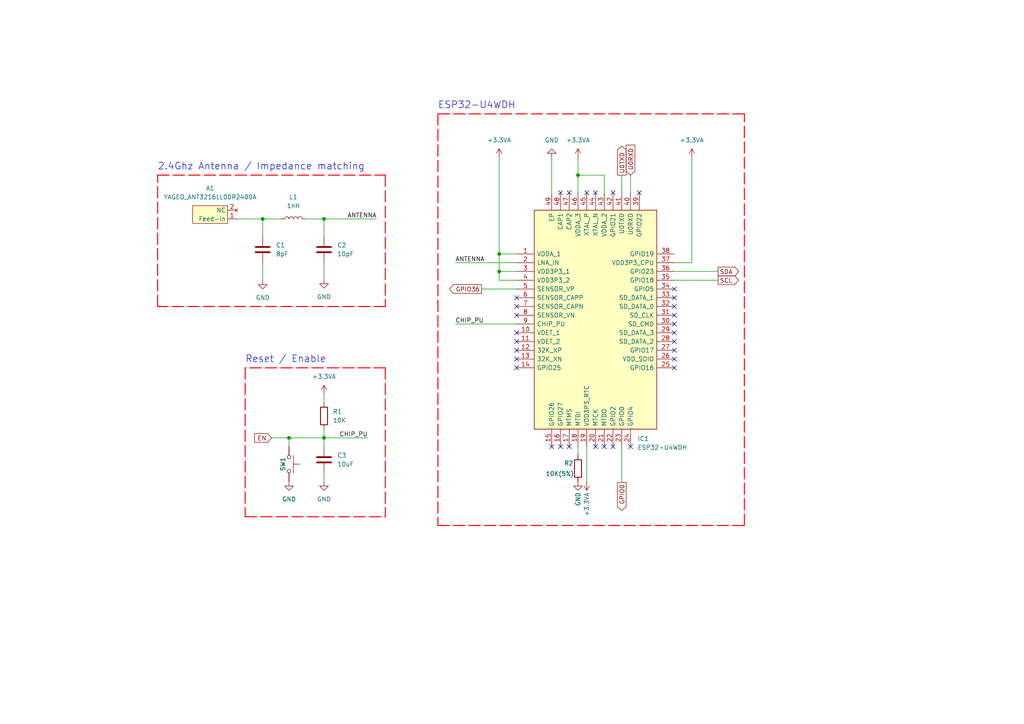
<source format=kicad_sch>
(kicad_sch (version 20211123) (generator eeschema)
  (paper "A4")
  (lib_symbols
    (symbol "Device:C" (pin_numbers hide) (pin_names (offset 0.254))
      (property "Reference" "C" (at 0.635 2.54 0))
      (property "Value" "C" (at 0.635 -2.54 0))
      (symbol "C_0_1"
        (polyline (pts (xy -2.032 -0.762) (xy 2.032 -0.762)) (stroke (width 0.508)))
        (polyline (pts (xy -2.032 0.762) (xy 2.032 0.762)) (stroke (width 0.508)))
      )
      (symbol "C_1_1"
        (pin passive line (at 0 3.81 270) (length 2.794) (name "~") (number "1"))
        (pin passive line (at 0 -3.81 90) (length 2.794) (name "~") (number "2"))
      )
    )
    (symbol "Device:L" (pin_numbers hide) (pin_names (offset 1.016) hide)
      (property "Reference" "L" (at -1.27 0 90))
      (property "Value" "L" (at 1.905 0 90))
      (symbol "L_0_1"
        (arc (start 0 -2.54) (mid 0.635 -1.905) (end 0 -1.27))
        (arc (start 0 -1.27) (mid 0.635 -0.635) (end 0 0))
        (arc (start 0 0) (mid 0.635 0.635) (end 0 1.27))
        (arc (start 0 1.27) (mid 0.635 1.905) (end 0 2.54))
      )
      (symbol "L_1_1"
        (pin passive line (at 0 3.81 270) (length 1.27) (name "1") (number "1"))
        (pin passive line (at 0 -3.81 90) (length 1.27) (name "2") (number "2"))
      )
    )
    (symbol "Device:R" (pin_numbers hide) (pin_names (offset 0))
      (property "Reference" "R" (at 2.032 0 90))
      (property "Value" "R" (at 0 0 90))
      (symbol "R_0_1"
        (rectangle (start -1.016 -2.54) (end 1.016 2.54) (stroke (width 0.254)))
      )
      (symbol "R_1_1"
        (pin passive line (at 0 3.81 270) (length 1.27) (name "~") (number "1"))
        (pin passive line (at 0 -3.81 90) (length 1.27) (name "~") (number "2"))
      )
    )
    (symbol "ESP32-U4WDH:ESP32-U4WDH" (pin_names (offset 0.762))
      (property "Reference" "IC" (at 41.91 17.78 0))
      (property "Value" "ESP32-U4WDH" (at 41.91 15.24 0))
      (symbol "ESP32-U4WDH_0_0"
        (pin passive line (at 0 0 0) (length 5.08) (name "VDDA_1") (number "1"))
        (pin passive line (at 0 -22.86 0) (length 5.08) (name "VDET_1") (number "10"))
        (pin passive line (at 0 -25.4 0) (length 5.08) (name "VDET_2") (number "11"))
        (pin passive line (at 0 -27.94 0) (length 5.08) (name "32K_XP") (number "12"))
        (pin passive line (at 0 -30.48 0) (length 5.08) (name "32K_XN") (number "13"))
        (pin passive line (at 0 -33.02 0) (length 5.08) (name "GPIO25") (number "14"))
        (pin passive line (at 10.16 -55.88 90) (length 5.08) (name "GPIO26") (number "15"))
        (pin passive line (at 12.7 -55.88 90) (length 5.08) (name "GPIO27") (number "16"))
        (pin passive line (at 15.24 -55.88 90) (length 5.08) (name "MTMS") (number "17"))
        (pin passive line (at 17.78 -55.88 90) (length 5.08) (name "MTDI") (number "18"))
        (pin passive line (at 20.32 -55.88 90) (length 5.08) (name "VDD3P3_RTC") (number "19"))
        (pin passive line (at 0 -2.54 0) (length 5.08) (name "LNA_IN") (number "2"))
        (pin passive line (at 22.86 -55.88 90) (length 5.08) (name "MTCK") (number "20"))
        (pin passive line (at 25.4 -55.88 90) (length 5.08) (name "MTDO") (number "21"))
        (pin passive line (at 27.94 -55.88 90) (length 5.08) (name "GPIO2") (number "22"))
        (pin passive line (at 30.48 -55.88 90) (length 5.08) (name "GPIO0") (number "23"))
        (pin passive line (at 33.02 -55.88 90) (length 5.08) (name "GPIO4") (number "24"))
        (pin passive line (at 45.72 -33.02 180) (length 5.08) (name "GPIO16") (number "25"))
        (pin passive line (at 45.72 -30.48 180) (length 5.08) (name "VDD_SDIO") (number "26"))
        (pin passive line (at 45.72 -27.94 180) (length 5.08) (name "GPIO17") (number "27"))
        (pin passive line (at 45.72 -25.4 180) (length 5.08) (name "SD_DATA_2") (number "28"))
        (pin passive line (at 45.72 -22.86 180) (length 5.08) (name "SD_DATA_3") (number "29"))
        (pin passive line (at 0 -5.08 0) (length 5.08) (name "VDD3P3_1") (number "3"))
        (pin passive line (at 45.72 -20.32 180) (length 5.08) (name "SD_CMD") (number "30"))
        (pin passive line (at 45.72 -17.78 180) (length 5.08) (name "SD_CLK") (number "31"))
        (pin passive line (at 45.72 -15.24 180) (length 5.08) (name "SD_DATA_0") (number "32"))
        (pin passive line (at 45.72 -12.7 180) (length 5.08) (name "SD_DATA_1") (number "33"))
        (pin passive line (at 45.72 -10.16 180) (length 5.08) (name "GPIO5") (number "34"))
        (pin passive line (at 45.72 -7.62 180) (length 5.08) (name "GPIO18") (number "35"))
        (pin passive line (at 45.72 -5.08 180) (length 5.08) (name "GPIO23") (number "36"))
        (pin passive line (at 45.72 -2.54 180) (length 5.08) (name "VDD3P3_CPU") (number "37"))
        (pin passive line (at 45.72 0 180) (length 5.08) (name "GPIO19") (number "38"))
        (pin passive line (at 35.56 17.78 270) (length 5.08) (name "GPIO22") (number "39"))
        (pin passive line (at 0 -7.62 0) (length 5.08) (name "VDD3P3_2") (number "4"))
        (pin passive line (at 33.02 17.78 270) (length 5.08) (name "U0RXD") (number "40"))
        (pin passive line (at 30.48 17.78 270) (length 5.08) (name "U0TXD") (number "41"))
        (pin passive line (at 27.94 17.78 270) (length 5.08) (name "GPIO21") (number "42"))
        (pin passive line (at 25.4 17.78 270) (length 5.08) (name "VDDA_2") (number "43"))
        (pin passive line (at 22.86 17.78 270) (length 5.08) (name "XTAL_N") (number "44"))
        (pin passive line (at 20.32 17.78 270) (length 5.08) (name "XTAL_P") (number "45"))
        (pin passive line (at 17.78 17.78 270) (length 5.08) (name "VDDA_3") (number "46"))
        (pin passive line (at 15.24 17.78 270) (length 5.08) (name "CAP2") (number "47"))
        (pin passive line (at 12.7 17.78 270) (length 5.08) (name "CAP1") (number "48"))
        (pin passive line (at 10.16 17.78 270) (length 5.08) (name "EP") (number "49"))
        (pin passive line (at 0 -10.16 0) (length 5.08) (name "SENSOR_VP") (number "5"))
        (pin passive line (at 0 -12.7 0) (length 5.08) (name "SENSOR_CAPP") (number "6"))
        (pin passive line (at 0 -15.24 0) (length 5.08) (name "SENSOR_CAPN") (number "7"))
        (pin passive line (at 0 -17.78 0) (length 5.08) (name "SENSOR_VN") (number "8"))
        (pin passive line (at 0 -20.32 0) (length 5.08) (name "CHIP_PU") (number "9"))
      )
      (symbol "ESP32-U4WDH_0_1"
        (polyline (pts (xy 5.08 12.7) (xy 40.64 12.7) (xy 40.64 -50.8) (xy 5.08 -50.8) (xy 5.08 12.7)) (stroke (width 0.1524)) (fill (type background)))
        (rectangle (start 5.08 12.7) (end 40.64 -50.8))
      )
    )
    (symbol "RF_Antenna:YAGEO_ANT3216LL00R2400A"
      (property "Reference" "A" (at 0 5.08 0))
      (property "Value" "YAGEO_ANT3216LL00R2400A" (at 0 -5.08 0))
      (symbol "YAGEO_ANT3216LL00R2400A_0_1"
        (rectangle (start -5.08 2.54) (end 5.08 -2.54) (fill (type background)))
      )
      (symbol "YAGEO_ANT3216LL00R2400A_1_1"
        (pin input line (at -7.62 1.27 0) (length 2.54) (name "Feed-In") (number "1"))
        (pin no_connect line (at -7.62 -1.27 0) (length 2.54) (name "NC") (number "2"))
      )
    )
    (symbol "Switch:SW_Push" (pin_numbers hide) (pin_names (offset 1.016) hide)
      (property "Reference" "SW" (at 1.27 2.54 0))
      (property "Value" "SW_Push" (at 0 -1.524 0))
      (symbol "SW_Push_0_1"
        (circle (center -2.032 0) (radius 0.508))
        (polyline (pts (xy 0 1.27) (xy 0 3.048)))
        (polyline (pts (xy 2.54 1.27) (xy -2.54 1.27)))
        (circle (center 2.032 0) (radius 0.508))
        (pin passive line (at -5.08 0 0) (length 2.54) (name "1") (number "1"))
        (pin passive line (at 5.08 0 180) (length 2.54) (name "2") (number "2"))
      )
    )
    (symbol "power:+3.3VA" (power) (pin_names (offset 0))
      (property "Value" "+3.3VA" (at 0 3.556 0))
      (symbol "+3.3VA_0_1"
        (polyline (pts (xy -0.762 1.27) (xy 0 2.54)))
        (polyline (pts (xy 0 0) (xy 0 2.54)))
        (polyline (pts (xy 0 2.54) (xy 0.762 1.27)))
      )
      (symbol "+3.3VA_1_1"
        (pin power_in line (at 0 0 90) (length 0) hide (name "+3.3VA") (number "1"))
      )
    )
    (symbol "power:GND" (power) (pin_names (offset 0))
      (property "Value" "GND" (at 0 -3.81 0))
      (symbol "GND_0_1"
        (polyline (pts (xy 0 0) (xy 0 -1.27) (xy 1.27 -1.27) (xy 0 -2.54) (xy -1.27 -1.27) (xy 0 -1.27)))
      )
      (symbol "GND_1_1"
        (pin power_in line (at 0 0 270) (length 0) hide (name "GND") (number "1"))
      )
    )
  )
  (junction (at 144.78 73.66))
  (junction (at 76.2 63.5))
  (junction (at 167.64 50.8))
  (junction (at 83.82 127))
  (junction (at 93.98 127))
  (junction (at 93.98 63.5))
  (junction (at 144.78 78.74))
  (no_connect (at 195.58 101.6))
  (no_connect (at 165.1 55.88))
  (no_connect (at 182.88 129.54))
  (no_connect (at 149.86 106.68))
  (no_connect (at 149.86 99.06))
  (no_connect (at 195.58 86.36))
  (no_connect (at 149.86 96.52))
  (no_connect (at 195.58 83.82))
  (no_connect (at 165.1 129.54))
  (no_connect (at 185.42 55.88))
  (no_connect (at 195.58 93.98))
  (no_connect (at 162.56 129.54))
  (no_connect (at 149.86 101.6))
  (no_connect (at 162.56 55.88))
  (no_connect (at 149.86 86.36))
  (no_connect (at 195.58 106.68))
  (no_connect (at 195.58 88.9))
  (no_connect (at 170.18 55.88))
  (no_connect (at 175.26 129.54))
  (no_connect (at 195.58 91.44))
  (no_connect (at 195.58 96.52))
  (no_connect (at 177.8 55.88))
  (no_connect (at 177.8 129.54))
  (no_connect (at 149.86 104.14))
  (no_connect (at 160.02 129.54))
  (no_connect (at 195.58 104.14))
  (no_connect (at 172.72 129.54))
  (no_connect (at 149.86 91.44))
  (no_connect (at 172.72 55.88))
  (no_connect (at 195.58 99.06))
  (no_connect (at 149.86 88.9))
  (wire (pts (xy 195.58 78.74) (xy 208.28 78.74)))
  (polyline (pts (xy 215.9 33.02) (xy 127 33.02)) (stroke (width 0.3) (color 255 0 11 1)))
  (polyline (pts (xy 111.76 106.68) (xy 111.76 149.86)) (stroke (width 0.3) (color 255 0 11 1)))
  (polyline (pts (xy 71.12 106.68) (xy 71.12 149.86)) (stroke (width 0.3) (color 255 0 11 1)))
  (wire (pts (xy 167.64 129.54) (xy 167.64 132.08)))
  (wire (pts (xy 144.78 73.66) (xy 144.78 78.74)))
  (polyline (pts (xy 127 152.4) (xy 215.9 152.4)) (stroke (width 0.3) (color 255 0 11 1)))
  (wire (pts (xy 93.98 76.2) (xy 93.98 81.026)))
  (polyline (pts (xy 45.72 88.9) (xy 45.72 50.8)) (stroke (width 0.3) (color 255 0 11 1)))
  (polyline (pts (xy 127 33.02) (xy 127 152.4)) (stroke (width 0.3) (color 255 0 11 1)))
  (wire (pts (xy 139.7 83.82) (xy 149.86 83.82)))
  (wire (pts (xy 88.9 63.5) (xy 93.98 63.5)))
  (polyline (pts (xy 111.76 106.68) (xy 71.12 106.68)) (stroke (width 0.3) (color 255 0 11 1)))
  (wire (pts (xy 76.2 76.2) (xy 76.2 81.28)))
  (wire (pts (xy 144.78 78.74) (xy 144.78 81.28)))
  (wire (pts (xy 175.26 50.8) (xy 167.64 50.8)))
  (wire (pts (xy 182.88 50.8) (xy 182.88 55.88)))
  (polyline (pts (xy 71.12 149.86) (xy 111.76 149.86)) (stroke (width 0.3) (color 255 0 11 1)))
  (wire (pts (xy 93.98 114.3) (xy 93.98 116.84)))
  (wire (pts (xy 144.78 81.28) (xy 149.86 81.28)))
  (wire (pts (xy 195.58 81.28) (xy 208.28 81.28)))
  (wire (pts (xy 93.98 124.46) (xy 93.98 127)))
  (wire (pts (xy 93.98 127) (xy 93.98 129.54)))
  (polyline (pts (xy 111.76 50.8) (xy 111.76 88.9)) (stroke (width 0.3) (color 255 0 11 1)))
  (wire (pts (xy 93.98 63.5) (xy 93.98 68.58)))
  (polyline (pts (xy 111.76 88.9) (xy 45.72 88.9)) (stroke (width 0.3) (color 255 0 11 1)))
  (wire (pts (xy 200.66 45.72) (xy 200.66 76.2)))
  (wire (pts (xy 83.82 127) (xy 78.74 127)))
  (wire (pts (xy 132.08 76.2) (xy 149.86 76.2)))
  (wire (pts (xy 76.2 63.5) (xy 76.2 68.58)))
  (wire (pts (xy 83.82 129.54) (xy 83.82 127)))
  (wire (pts (xy 149.86 73.66) (xy 144.78 73.66)))
  (wire (pts (xy 195.58 76.2) (xy 200.66 76.2)))
  (wire (pts (xy 167.64 50.8) (xy 167.64 55.88)))
  (wire (pts (xy 160.02 45.72) (xy 160.02 55.88)))
  (wire (pts (xy 83.82 127) (xy 93.98 127)))
  (wire (pts (xy 149.86 78.74) (xy 144.78 78.74)))
  (wire (pts (xy 180.34 50.8) (xy 180.34 55.88)))
  (wire (pts (xy 93.98 127) (xy 106.68 127)))
  (polyline (pts (xy 215.9 152.4) (xy 215.9 33.02)) (stroke (width 0.3) (color 255 0 11 1)))
  (wire (pts (xy 93.98 63.5) (xy 109.22 63.5)))
  (wire (pts (xy 180.34 129.54) (xy 180.34 139.954)))
  (wire (pts (xy 93.98 137.16) (xy 93.98 139.7)))
  (wire (pts (xy 68.58 63.5) (xy 76.2 63.5)))
  (wire (pts (xy 167.64 45.72) (xy 167.64 50.8)))
  (wire (pts (xy 170.18 129.54) (xy 170.18 139.7)))
  (wire (pts (xy 132.08 93.98) (xy 149.86 93.98)))
  (wire (pts (xy 76.2 63.5) (xy 81.28 63.5)))
  (wire (pts (xy 175.26 55.88) (xy 175.26 50.8)))
  (wire (pts (xy 144.78 45.72) (xy 144.78 73.66)))
  (polyline (pts (xy 45.72 50.8) (xy 111.76 50.8)) (stroke (width 0.3) (color 255 0 11 1)))
  (text "ESP32-U4WDH\n" (at 127 31.75 0) (effects (font (size 2 2)) (justify left bottom)))
  (text "Reset / Enable" (at 71.12 105.41 0) (effects (font (size 2 2)) (justify left bottom)))
  (text "2.4Ghz Antenna / Impedance matching\n" (at 45.72 49.53 0) (effects (font (size 2 2)) (justify left bottom)))
  (label "ANTENNA" (at 132.08 76.2 0))
  (label "ANTENNA" (at 109.22 63.5 180))
  (label "CHIP_PU" (at 132.08 93.98 0))
  (label "CHIP_PU" (at 106.68 127 180))
  (global_label "SCL" (shape output) (at 208.28 81.28 0) (property "Intersheet References" "${INTERSHEET_REFS}" (effects hide)))
  (global_label "SDA" (shape output) (at 208.28 78.74 0) (property "Intersheet References" "${INTERSHEET_REFS}" (effects hide)))
  (global_label "GPIO36" (shape output) (at 139.7 83.82 180) (property "Intersheet References" "${INTERSHEET_REFS}" (effects hide)))
  (global_label "U0RXD" (shape input) (at 182.88 50.8 90) (property "Intersheet References" "${INTERSHEET_REFS}" (effects hide)))
  (global_label "GPIO0" (shape output) (at 180.34 139.954 270) (property "Intersheet References" "${INTERSHEET_REFS}" (effects hide)))
  (global_label "EN" (shape input) (at 78.74 127 180) (property "Intersheet References" "${INTERSHEET_REFS}" (effects hide)))
  (global_label "U0TXD" (shape output) (at 180.34 50.8 90) (property "Intersheet References" "${INTERSHEET_REFS}" (effects hide)))
  (symbol (lib_id "power:GND") (at 83.82 139.7 0) (unit 1)
    (property "Reference" "#PWR0108" (effects hide))
    (property "Value" "GND" (at 83.82 144.78 0))
  )
  (symbol (lib_id "power:+3.3VA") (at 167.64 45.72 0) (unit 1)
    (property "Reference" "#PWR0128" (effects hide))
    (property "Value" "+3.3VA" (at 167.64 40.64 0))
  )
  (symbol (lib_id "Device:C") (at 76.2 72.39 0) (unit 1)
    (property "Reference" "C1" (at 80.01 71.1199 0) (effects (justify left)))
    (property "Value" "8pF" (at 80.01 73.6599 0) (effects (justify left)))
    (property "Footprint" "Capacitor_SMD:C_0402_1005Metric" (effects hide))
  )
  (symbol (lib_id "Device:C") (at 93.98 133.35 0) (unit 1)
    (property "Reference" "C3" (at 97.79 132.0799 0) (effects (justify left)))
    (property "Value" "10uF" (at 97.79 134.6199 0) (effects (justify left)))
    (property "Footprint" "Capacitor_SMD:C_0402_1005Metric" (effects hide))
  )
  (symbol (lib_id "Device:L") (at 85.09 63.5 90) (unit 1)
    (property "Reference" "L1" (at 85.09 57.15 90))
    (property "Value" "1nH" (at 85.09 59.69 90))
    (property "Footprint" "Inductor_SMD:L_0402_1005Metric" (effects hide))
  )
  (symbol (lib_id "Device:C") (at 93.98 72.39 0) (unit 1)
    (property "Reference" "C2" (at 97.79 71.1199 0) (effects (justify left)))
    (property "Value" "10pF" (at 97.79 73.6599 0) (effects (justify left)))
    (property "Footprint" "Capacitor_SMD:C_0402_1005Metric" (effects hide))
  )
  (symbol (lib_id "ESP32-U4WDH:ESP32-U4WDH") (at 149.86 73.66 0) (unit 1)
    (property "Reference" "IC1" (at 184.8994 127.254 0) (effects (justify left)))
    (property "Value" "ESP32-U4WDH" (at 184.8994 129.794 0) (effects (justify left)))
    (property "Footprint" "ESP32-U4WDH:QFN35P500X500X90-49N-D" (effects hide))
    (property "Datasheet" "https://espressif.com/sites/default/files/documentation/esp32_datasheet_en.pdf" (effects hide))
    (property "Description" "WiFi Development Tools (802.11) SMD IC WiFi Single Core BT Combo" (effects hide))
    (property "Height" "0.9" (effects hide))
    (property "Mouser Part Number" "356-ESP32-U4WDH" (effects hide))
    (property "Mouser Price/Stock" "https://www.mouser.co.uk/ProductDetail/Espressif-Systems/ESP32-U4WDH?qs=GBLSl2AkirunIR6VFFVeEA%3D%3D" (effects hide))
    (property "Manufacturer_Name" "Espressif Systems" (effects hide))
    (property "Manufacturer_Part_Number" "ESP32-U4WDH" (effects hide))
  )
  (symbol (lib_id "power:+3.3VA") (at 170.18 139.7 180) (unit 1)
    (property "Reference" "#PWR0130" (effects hide))
    (property "Value" "+3.3VA" (at 170.18 146.304 90))
  )
  (symbol (lib_id "Device:R") (at 93.98 120.65 0) (unit 1)
    (property "Reference" "R1" (at 96.52 119.3799 0) (effects (justify left)))
    (property "Value" "10K" (at 96.52 121.9199 0) (effects (justify left)))
    (property "Footprint" "Resistor_SMD:R_0402_1005Metric" (effects hide))
  )
  (symbol (lib_id "Device:R") (at 167.64 135.89 0) (unit 1)
    (property "Reference" "R2" (at 163.576 134.366 0) (effects (justify left)))
    (property "Value" "10K(5%)" (at 158.242 137.414 0) (effects (justify left)))
    (property "Footprint" "Resistor_SMD:R_0402_1005Metric" (effects hide))
  )
  (symbol (lib_id "power:GND") (at 76.2 81.28 0) (unit 1)
    (property "Reference" "#PWR0119" (effects hide))
    (property "Value" "GND" (at 76.2 86.36 0))
  )
  (symbol (lib_id "power:GND") (at 167.64 139.7 0) (unit 1)
    (property "Reference" "#PWR0129" (effects hide))
    (property "Value" "GND" (at 167.64 144.78 90))
  )
  (symbol (lib_id "power:GND") (at 160.02 45.72 180) (unit 1)
    (property "Reference" "#PWR0124" (effects hide))
    (property "Value" "GND" (at 160.02 40.64 0))
  )
  (symbol (lib_id "RF_Antenna:YAGEO_ANT3216LL00R2400A") (at 60.96 62.23 180) (unit 1)
    (property "Reference" "A1" (at 60.96 54.61 0))
    (property "Value" "YAGEO_ANT3216LL00R2400A" (at 60.96 57.15 0))
    (property "Footprint" "RF_Antenna:YAGEO_ANT3216LL00R2400A" (effects hide))
  )
  (symbol (lib_id "power:+3.3VA") (at 93.98 114.3 0) (unit 1)
    (property "Reference" "#PWR0118" (effects hide))
    (property "Value" "+3.3VA" (at 93.98 109.22 0))
  )
  (symbol (lib_id "power:+3.3VA") (at 144.78 45.72 0) (unit 1)
    (property "Reference" "#PWR0126" (effects hide))
    (property "Value" "+3.3VA" (at 144.78 40.64 0))
  )
  (symbol (lib_id "power:+3.3VA") (at 200.66 45.72 0) (unit 1)
    (property "Reference" "#PWR0123" (effects hide))
    (property "Value" "+3.3VA" (at 200.66 40.64 0))
  )
  (symbol (lib_id "power:GND") (at 93.98 139.7 0) (unit 1)
    (property "Reference" "#PWR0107" (effects hide))
    (property "Value" "GND" (at 93.98 144.78 0))
  )
  (symbol (lib_id "Switch:SW_Push") (at 83.82 134.62 270) (unit 1)
    (property "Reference" "SW1" (at 82.042 132.588 0) (effects (justify left)))
    (property "Value" "SW_Push" (effects hide))
    (property "Footprint" "Button_Switch_SMD:SW_SPST_B3U-1000P" (effects hide))
  )
  (symbol (lib_id "power:GND") (at 93.98 81.026 0) (unit 1)
    (property "Reference" "#PWR0122" (effects hide))
    (property "Value" "GND" (at 93.98 86.106 0))
  )
)
</source>
